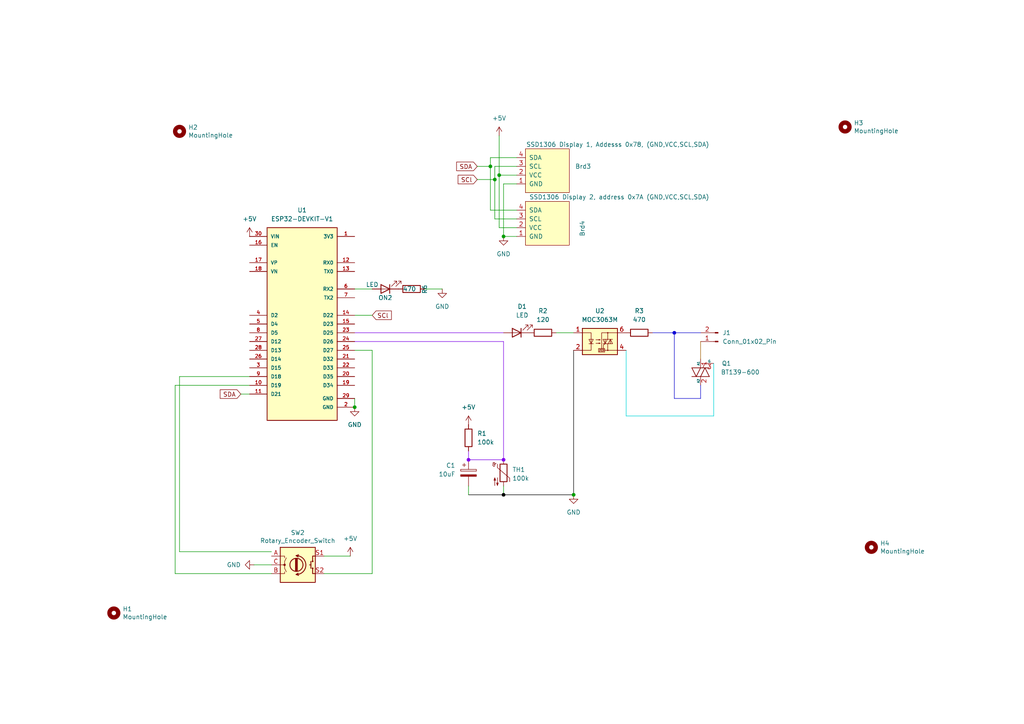
<source format=kicad_sch>
(kicad_sch (version 20250114) (generator "eeschema") (generator_version "9.0")
  (paper "A4")
  (lib_symbols
    (symbol "Connector:Conn_01x02_Pin" (pin_names (offset 1.016) (hide yes))
      (property "Reference" "J" (at 0 2.54 0))
      (property "Value" "Conn_01x02_Pin" (at 0 -5.08 0))
      (symbol "Conn_01x02_Pin_1_1"
        (rectangle (start 0.8636 0.127) (end 0 -0.127) (stroke (width 0.1524)) (fill (type outline)))
        (rectangle (start 0.8636 -2.413) (end 0 -2.667) (stroke (width 0.1524)) (fill (type outline)))
        (polyline (pts (xy 1.27 0) (xy 0.8636 0)) (stroke (width 0.1524)))
        (polyline (pts (xy 1.27 -2.54) (xy 0.8636 -2.54)) (stroke (width 0.1524)))
        (pin passive line (at 5.08 0 180) (length 3.81) (name "Pin_1") (number "1"))
        (pin passive line (at 5.08 -2.54 180) (length 3.81) (name "Pin_2") (number "2"))
      )
    )
    (symbol "Device:C_Polarized" (pin_numbers (hide yes)) (pin_names (offset 0.254))
      (property "Reference" "C" (at 0.635 2.54 0))
      (property "Value" "C_Polarized" (at 0.635 -2.54 0))
      (symbol "C_Polarized_0_1"
        (rectangle (start -2.286 0.508) (end 2.286 1.016))
        (polyline (pts (xy -1.778 2.286) (xy -0.762 2.286)))
        (polyline (pts (xy -1.27 2.794) (xy -1.27 1.778)))
        (rectangle (start 2.286 -0.508) (end -2.286 -1.016) (fill (type outline)))
      )
      (symbol "C_Polarized_1_1"
        (pin passive line (at 0 3.81 270) (length 2.794) (name "~") (number "1"))
        (pin passive line (at 0 -3.81 90) (length 2.794) (name "~") (number "2"))
      )
    )
    (symbol "Device:LED" (pin_numbers (hide yes)) (pin_names (offset 1.016) (hide yes))
      (property "Reference" "D" (at 0 2.54 0))
      (property "Value" "LED" (at 0 -2.54 0))
      (symbol "LED_0_1"
        (polyline (pts (xy -3.048 -0.762) (xy -4.572 -2.286) (xy -3.81 -2.286) (xy -4.572 -2.286) (xy -4.572 -1.524)))
        (polyline (pts (xy -1.778 -0.762) (xy -3.302 -2.286) (xy -2.54 -2.286) (xy -3.302 -2.286) (xy -3.302 -1.524)))
        (polyline (pts (xy -1.27 0) (xy 1.27 0)))
        (polyline (pts (xy -1.27 -1.27) (xy -1.27 1.27)) (stroke (width 0.254)))
        (polyline (pts (xy 1.27 -1.27) (xy 1.27 1.27) (xy -1.27 0) (xy 1.27 -1.27)) (stroke (width 0.254)))
      )
      (symbol "LED_1_1"
        (pin passive line (at -3.81 0 0) (length 2.54) (name "K") (number "1"))
        (pin passive line (at 3.81 0 180) (length 2.54) (name "A") (number "2"))
      )
    )
    (symbol "Device:R" (pin_numbers (hide yes)) (pin_names (offset 0))
      (property "Reference" "R" (at 2.032 0 90))
      (property "Value" "R" (at 0 0 90))
      (symbol "R_0_1"
        (rectangle (start -1.016 -2.54) (end 1.016 2.54) (stroke (width 0.254)))
      )
      (symbol "R_1_1"
        (pin passive line (at 0 3.81 270) (length 1.27) (name "~") (number "1"))
        (pin passive line (at 0 -3.81 90) (length 1.27) (name "~") (number "2"))
      )
    )
    (symbol "Device:Thermistor_NTC" (pin_numbers (hide yes)) (pin_names (offset 0))
      (property "Reference" "TH" (at -4.445 0 90))
      (property "Value" "Thermistor_NTC" (at 3.175 0 90))
      (symbol "Thermistor_NTC_0_1"
        (arc (start -3.175 2.413) (mid -3.0506 2.3165) (end -3.048 2.159))
        (arc (start -3.048 2.794) (mid -2.9736 2.9736) (end -2.794 3.048))
        (arc (start -2.794 3.048) (mid -2.6144 2.9736) (end -2.54 2.794))
        (arc (start -2.794 2.54) (mid -2.9736 2.6144) (end -3.048 2.794))
        (arc (start -2.794 1.905) (mid -2.9736 1.9794) (end -3.048 2.159))
        (arc (start -2.54 2.159) (mid -2.6144 1.9794) (end -2.794 1.905))
        (arc (start -2.159 2.794) (mid -2.434 2.5608) (end -2.794 2.54))
        (polyline (pts (xy -2.54 2.159) (xy -2.54 2.794)))
        (polyline (pts (xy -2.54 -3.683) (xy -2.54 -1.397) (xy -2.794 -2.159) (xy -2.286 -2.159) (xy -2.54 -1.397) (xy -2.54 -1.651)) (fill (type outline)))
        (polyline (pts (xy -1.778 2.54) (xy -1.778 1.524) (xy 1.778 -1.524) (xy 1.778 -2.54)))
        (polyline (pts (xy -1.778 -1.397) (xy -1.778 -3.683) (xy -2.032 -2.921) (xy -1.524 -2.921) (xy -1.778 -3.683) (xy -1.778 -3.429)) (fill (type outline)))
        (rectangle (start -1.016 2.54) (end 1.016 -2.54) (stroke (width 0.254)))
      )
      (symbol "Thermistor_NTC_1_1"
        (pin passive line (at 0 3.81 270) (length 1.27) (name "~") (number "1"))
        (pin passive line (at 0 -3.81 90) (length 1.27) (name "~") (number "2"))
      )
    )
    (symbol "ESP32-DEVKIT-V1:ESP32-DEVKIT-V1" (pin_names (offset 1.016))
      (property "Reference" "U" (at -10.16 30.48 0))
      (property "Value" "ESP32-DEVKIT-V1" (at -10.16 -30.48 0))
      (symbol "ESP32-DEVKIT-V1_0_0"
        (rectangle (start -10.16 -27.94) (end 10.16 27.94) (stroke (width 0.254)) (fill (type background)))
        (pin input line (at -15.24 25.4 0) (length 5.08) (name "VIN") (number "30"))
        (pin input line (at -15.24 22.86 0) (length 5.08) (name "EN") (number "16"))
        (pin bidirectional line (at -15.24 17.78 0) (length 5.08) (name "VP") (number "17"))
        (pin bidirectional line (at -15.24 15.24 0) (length 5.08) (name "VN") (number "18"))
        (pin bidirectional line (at -15.24 2.54 0) (length 5.08) (name "D2") (number "4"))
        (pin bidirectional line (at -15.24 0 0) (length 5.08) (name "D4") (number "5"))
        (pin bidirectional line (at -15.24 -2.54 0) (length 5.08) (name "D5") (number "8"))
        (pin bidirectional line (at -15.24 -5.08 0) (length 5.08) (name "D12") (number "27"))
        (pin bidirectional line (at -15.24 -7.62 0) (length 5.08) (name "D13") (number "28"))
        (pin bidirectional line (at -15.24 -10.16 0) (length 5.08) (name "D14") (number "26"))
        (pin bidirectional line (at -15.24 -12.7 0) (length 5.08) (name "D15") (number "3"))
        (pin bidirectional line (at -15.24 -15.24 0) (length 5.08) (name "D18") (number "9"))
        (pin bidirectional line (at -15.24 -17.78 0) (length 5.08) (name "D19") (number "10"))
        (pin bidirectional line (at -15.24 -20.32 0) (length 5.08) (name "D21") (number "11"))
        (pin output line (at 15.24 25.4 180) (length 5.08) (name "3V3") (number "1"))
        (pin input line (at 15.24 17.78 180) (length 5.08) (name "RX0") (number "12"))
        (pin output line (at 15.24 15.24 180) (length 5.08) (name "TX0") (number "13"))
        (pin input line (at 15.24 10.16 180) (length 5.08) (name "RX2") (number "6"))
        (pin output line (at 15.24 7.62 180) (length 5.08) (name "TX2") (number "7"))
        (pin bidirectional line (at 15.24 2.54 180) (length 5.08) (name "D22") (number "14"))
        (pin bidirectional line (at 15.24 0 180) (length 5.08) (name "D23") (number "15"))
        (pin bidirectional line (at 15.24 -2.54 180) (length 5.08) (name "D25") (number "23"))
        (pin bidirectional line (at 15.24 -5.08 180) (length 5.08) (name "D26") (number "24"))
        (pin bidirectional line (at 15.24 -7.62 180) (length 5.08) (name "D27") (number "25"))
        (pin bidirectional line (at 15.24 -10.16 180) (length 5.08) (name "D32") (number "21"))
        (pin bidirectional line (at 15.24 -12.7 180) (length 5.08) (name "D33") (number "22"))
        (pin bidirectional line (at 15.24 -15.24 180) (length 5.08) (name "D35") (number "20"))
        (pin bidirectional line (at 15.24 -17.78 180) (length 5.08) (name "D34") (number "19"))
        (pin power_in line (at 15.24 -21.59 180) (length 5.08) (name "GND") (number "29"))
        (pin power_in line (at 15.24 -24.13 180) (length 5.08) (name "GND") (number "2"))
      )
    )
    (symbol "MashMachine-rescue:Rotary_Encoder_Switch-Device" (pin_names (offset 0.254) (hide yes))
      (property "Reference" "SW" (at 0 6.604 0))
      (property "Value" "Device_Rotary_Encoder_Switch" (at 0 -6.604 0))
      (symbol "Rotary_Encoder_Switch-Device_0_1"
        (rectangle (start -5.08 5.08) (end 5.08 -5.08) (stroke (width 0.254)) (fill (type background)))
        (polyline (pts (xy -5.08 2.54) (xy -3.81 2.54) (xy -3.81 2.032)))
        (polyline (pts (xy -5.08 0) (xy -3.81 0) (xy -3.81 -1.016) (xy -3.302 -2.032)))
        (polyline (pts (xy -5.08 -2.54) (xy -3.81 -2.54) (xy -3.81 -2.032)))
        (polyline (pts (xy -4.318 0) (xy -3.81 0) (xy -3.81 1.016) (xy -3.302 2.032)))
        (circle (center -3.81 0) (radius 0.254) (fill (type outline)))
        (polyline (pts (xy -0.635 -1.778) (xy -0.635 1.778)) (stroke (width 0.254)))
        (arc (start -0.381 2.667) (mid 2.3368 -0.0508) (end -0.381 -2.794) (stroke (width 0.254)))
        (circle (center -0.381 0) (radius 1.905) (stroke (width 0.254)))
        (polyline (pts (xy -0.381 -1.778) (xy -0.381 1.778)) (stroke (width 0.254)))
        (polyline (pts (xy -0.127 1.778) (xy -0.127 -1.778)) (stroke (width 0.254)))
        (polyline (pts (xy 0.254 2.921) (xy -0.508 2.667) (xy 0.127 2.286)) (stroke (width 0.254)))
        (polyline (pts (xy 0.254 -3.048) (xy -0.508 -2.794) (xy 0.127 -2.413)) (stroke (width 0.254)))
        (polyline (pts (xy 3.81 1.016) (xy 3.81 -1.016)) (stroke (width 0.254)))
        (polyline (pts (xy 3.81 0) (xy 3.429 0)) (stroke (width 0.254)))
        (circle (center 4.318 1.016) (radius 0.127) (stroke (width 0.254)))
        (circle (center 4.318 -1.016) (radius 0.127) (stroke (width 0.254)))
        (polyline (pts (xy 5.08 2.54) (xy 4.318 2.54) (xy 4.318 1.016)) (stroke (width 0.254)))
        (polyline (pts (xy 5.08 -2.54) (xy 4.318 -2.54) (xy 4.318 -1.016)) (stroke (width 0.254)))
      )
      (symbol "Rotary_Encoder_Switch-Device_1_1"
        (pin passive line (at -7.62 2.54 0) (length 2.54) (name "A") (number "A"))
        (pin passive line (at -7.62 0 0) (length 2.54) (name "C") (number "C"))
        (pin passive line (at -7.62 -2.54 0) (length 2.54) (name "B") (number "B"))
        (pin passive line (at 7.62 2.54 180) (length 2.54) (name "S1") (number "S1"))
        (pin passive line (at 7.62 -2.54 180) (length 2.54) (name "S2") (number "S2"))
      )
    )
    (symbol "MashMachine-rescue:SSD1306-SSD1306-128x64_OLED" (pin_names (offset 1.016))
      (property "Reference" "Brd" (at 0 -3.81 0))
      (property "Value" "SSD1306-128x64_OLED_SSD1306" (at 0 -1.27 0))
      (symbol "SSD1306-SSD1306-128x64_OLED_0_1"
        (rectangle (start -6.35 6.35) (end 6.35 -6.35) (fill (type background)))
      )
      (symbol "SSD1306-SSD1306-128x64_OLED_1_1"
        (pin input line (at -3.81 8.89 270) (length 2.54) (name "GND") (number "1"))
        (pin input line (at -1.27 8.89 270) (length 2.54) (name "VCC") (number "2"))
        (pin input line (at 1.27 8.89 270) (length 2.54) (name "SCL") (number "3"))
        (pin input line (at 3.81 8.89 270) (length 2.54) (name "SDA") (number "4"))
      )
    )
    (symbol "Mechanical:MountingHole" (pin_names (offset 1.016)) (exclude_from_sim yes) (in_bom no)
      (property "Reference" "H" (at 0 5.08 0))
      (property "Value" "MountingHole" (at 0 3.175 0))
      (symbol "MountingHole_0_1"
        (circle (center 0 0) (radius 1.27) (stroke (width 1.27)))
      )
    )
    (symbol "Relay_SolidState:MOC3063M"
      (property "Reference" "U" (at -5.08 5.08 0))
      (property "Value" "MOC3063M" (at 0 5.08 0))
      (symbol "MOC3063M_0_0"
        (rectangle (start -0.381 -2.032) (end 1.397 -3.048))
        (polyline (pts (xy 1.524 -0.635) (xy 1.016 -1.016) (xy 1.016 -2.032)))
        (polyline (pts (xy 2.286 -2.54) (xy 1.397 -2.54)))
        (text "ZCD" (at 0.508 -2.54 0) (effects (font (size 0.508 0.508))))
      )
      (symbol "MOC3063M_0_1"
        (rectangle (start -5.08 3.81) (end 5.08 -3.81) (stroke (width 0.254)) (fill (type background)))
        (polyline (pts (xy -5.08 2.54) (xy -2.54 2.54) (xy -2.54 -2.54) (xy -5.08 -2.54)))
        (polyline (pts (xy -3.175 -0.635) (xy -1.905 -0.635)))
        (polyline (pts (xy -2.54 -0.635) (xy -3.175 0.635) (xy -1.905 0.635) (xy -2.54 -0.635)))
        (polyline (pts (xy -1.143 0.508) (xy 0.127 0.508) (xy -0.254 0.381) (xy -0.254 0.635) (xy 0.127 0.508)))
        (polyline (pts (xy -1.143 -0.508) (xy 0.127 -0.508) (xy -0.254 -0.635) (xy -0.254 -0.381) (xy 0.127 -0.508)))
        (polyline (pts (xy 0.889 -0.635) (xy 3.683 -0.635) (xy 3.048 0.635) (xy 2.413 -0.635)))
        (polyline (pts (xy 1.524 -0.635) (xy 1.524 0.635)))
        (polyline (pts (xy 2.286 2.54) (xy 0.508 2.54) (xy 0.508 -2.032)))
        (circle (center 2.286 2.54) (radius 0.127))
        (polyline (pts (xy 2.286 0.635) (xy 2.286 2.54) (xy 5.08 2.54)))
        (polyline (pts (xy 2.286 -0.635) (xy 2.286 -2.54) (xy 5.08 -2.54)))
        (circle (center 2.286 -2.54) (radius 0.127))
        (polyline (pts (xy 3.048 0.635) (xy 3.048 -0.635)))
        (polyline (pts (xy 3.683 0.635) (xy 0.889 0.635) (xy 1.524 -0.635) (xy 2.159 0.635)))
      )
      (symbol "MOC3063M_1_1"
        (pin passive line (at -7.62 2.54 0) (length 2.54) (name "~") (number "1"))
        (pin passive line (at -7.62 -2.54 0) (length 2.54) (name "~") (number "2"))
        (pin no_connect line (at -5.08 0 0) (length 2.54) (hide yes) (name "NC") (number "3"))
        (pin no_connect line (at 5.08 0 180) (length 2.54) (hide yes) (name "NC") (number "5"))
        (pin passive line (at 7.62 2.54 180) (length 2.54) (name "~") (number "6"))
        (pin passive line (at 7.62 -2.54 180) (length 2.54) (name "~") (number "4"))
      )
    )
    (symbol "Triac_Thyristor:BT139-600" (pin_names (offset 0))
      (property "Reference" "Q" (at 5.08 1.905 0))
      (property "Value" "BT139-600" (at 5.08 0 0))
      (symbol "BT139-600_0_1"
        (polyline (pts (xy -2.54 1.27) (xy 2.54 1.27)) (stroke (width 0.2032)))
        (polyline (pts (xy -2.54 1.27) (xy -1.27 -1.27) (xy 0 1.27)) (stroke (width 0.2032)))
        (polyline (pts (xy -2.54 -1.27) (xy 2.54 -1.27)) (stroke (width 0.2032)))
        (polyline (pts (xy -1.27 -2.54) (xy -0.635 -1.27)))
        (polyline (pts (xy 0 -1.27) (xy 1.27 1.27) (xy 2.54 -1.27)) (stroke (width 0.2032)))
      )
      (symbol "BT139-600_1_1"
        (pin input line (at -3.81 -2.54 0) (length 2.54) (name "G") (number "3"))
        (pin passive line (at 0 3.81 270) (length 2.54) (name "A2") (number "2"))
        (pin passive line (at 0 -3.81 90) (length 2.54) (name "A1") (number "1"))
      )
    )
    (symbol "power:+5V" (power) (pin_numbers (hide yes)) (pin_names (offset 0) (hide yes))
      (property "Value" "+5V" (at 0 3.556 0))
      (symbol "+5V_0_1"
        (polyline (pts (xy -0.762 1.27) (xy 0 2.54)))
        (polyline (pts (xy 0 2.54) (xy 0.762 1.27)))
        (polyline (pts (xy 0 0) (xy 0 2.54)))
      )
      (symbol "+5V_1_1"
        (pin power_in line (at 0 0 90) (length 0) (name "~") (number "1"))
      )
    )
    (symbol "power:GND" (power) (pin_numbers (hide yes)) (pin_names (offset 0) (hide yes))
      (property "Value" "GND" (at 0 -3.81 0))
      (symbol "GND_0_1"
        (polyline (pts (xy 0 0) (xy 0 -1.27) (xy 1.27 -1.27) (xy 0 -2.54) (xy -1.27 -1.27) (xy 0 -1.27)))
      )
      (symbol "GND_1_1"
        (pin power_in line (at 0 0 270) (length 0) (name "~") (number "1"))
      )
    )
  )
  (junction (at 135.89 133.35) (color 123 0 230 1))
  (junction (at 144.78 50.8))
  (junction (at 146.05 68.58))
  (junction (at 195.58 96.52) (color 9 4 205 1))
  (junction (at 166.37 143.51))
  (junction (at 102.87 118.11))
  (junction (at 143.51 52.07))
  (junction (at 142.24 48.26))
  (junction (at 146.05 133.35) (color 123 0 230 1))
  (junction (at 146.05 143.51) (color 0 0 0 1))
  (wire (pts (xy 93.98 166.37) (xy 107.95 166.37)))
  (wire (pts (xy 146.05 96.52) (xy 102.87 96.52)) (stroke (width 0) (color 123 0 230 1)))
  (wire (pts (xy 195.58 115.57) (xy 195.58 96.52)) (stroke (width 0) (color 9 4 205 1)))
  (wire (pts (xy 149.86 53.34) (xy 146.05 53.34)))
  (wire (pts (xy 207.01 120.65) (xy 207.01 105.41)) (stroke (width 0) (color 0 212 215 1)))
  (wire (pts (xy 146.05 68.58) (xy 149.86 68.58)))
  (wire (pts (xy 181.61 120.65) (xy 207.01 120.65)) (stroke (width 0) (color 0 212 215 1)))
  (wire (pts (xy 146.05 140.97) (xy 146.05 143.51)))
  (wire (pts (xy 93.98 161.29) (xy 101.6 161.29)))
  (wire (pts (xy 135.89 143.51) (xy 146.05 143.51)) (stroke (width 0) (color 0 0 0 1)))
  (wire (pts (xy 203.2 115.57) (xy 195.58 115.57)) (stroke (width 0) (color 9 4 205 1)))
  (wire (pts (xy 52.07 160.02) (xy 78.74 160.02)))
  (wire (pts (xy 69.85 114.3) (xy 72.39 114.3)))
  (wire (pts (xy 146.05 53.34) (xy 146.05 68.58)))
  (wire (pts (xy 144.78 50.8) (xy 144.78 66.04)))
  (wire (pts (xy 149.86 45.72) (xy 142.24 45.72)))
  (wire (pts (xy 166.37 143.51) (xy 146.05 143.51)) (stroke (width 0) (color 0 0 0 1)))
  (wire (pts (xy 203.2 99.06) (xy 203.2 104.14)) (stroke (width 0) (color 158 94 0 1)))
  (wire (pts (xy 52.07 109.22) (xy 72.39 109.22)))
  (wire (pts (xy 149.86 48.26) (xy 143.51 48.26)))
  (wire (pts (xy 195.58 96.52) (xy 203.2 96.52)) (stroke (width 0) (color 9 4 205 1)))
  (wire (pts (xy 144.78 66.04) (xy 149.86 66.04)))
  (wire (pts (xy 181.61 101.6) (xy 181.61 120.65)) (stroke (width 0) (color 0 212 215 1)))
  (wire (pts (xy 52.07 160.02) (xy 52.07 109.22)))
  (wire (pts (xy 123.19 83.82) (xy 128.27 83.82)))
  (wire (pts (xy 143.51 52.07) (xy 143.51 63.5)))
  (wire (pts (xy 102.87 91.44) (xy 107.95 91.44)))
  (wire (pts (xy 142.24 60.96) (xy 149.86 60.96)))
  (wire (pts (xy 138.43 48.26) (xy 142.24 48.26)))
  (wire (pts (xy 203.2 111.76) (xy 203.2 115.57)) (stroke (width 0) (color 9 4 205 1)))
  (wire (pts (xy 102.87 115.57) (xy 102.87 118.11)))
  (wire (pts (xy 166.37 101.6) (xy 166.37 143.51)) (stroke (width 0) (color 0 0 0 1)))
  (wire (pts (xy 135.89 133.35) (xy 146.05 133.35)) (stroke (width 0) (color 123 0 230 1)))
  (wire (pts (xy 107.95 101.6) (xy 107.95 166.37)))
  (wire (pts (xy 146.05 133.35) (xy 146.05 99.06)) (stroke (width 0) (color 123 0 230 1)))
  (wire (pts (xy 161.29 96.52) (xy 166.37 96.52)))
  (wire (pts (xy 138.43 52.07) (xy 143.51 52.07)))
  (wire (pts (xy 142.24 45.72) (xy 142.24 48.26)))
  (wire (pts (xy 50.8 111.76) (xy 50.8 166.37)))
  (wire (pts (xy 72.39 111.76) (xy 50.8 111.76)))
  (wire (pts (xy 143.51 63.5) (xy 149.86 63.5)))
  (wire (pts (xy 50.8 166.37) (xy 78.74 166.37)))
  (wire (pts (xy 144.78 39.37) (xy 144.78 50.8)))
  (wire (pts (xy 146.05 99.06) (xy 102.87 99.06)) (stroke (width 0) (color 123 0 230 1)))
  (wire (pts (xy 135.89 140.97) (xy 135.89 143.51)))
  (wire (pts (xy 102.87 83.82) (xy 107.95 83.82)))
  (wire (pts (xy 149.86 50.8) (xy 144.78 50.8)))
  (wire (pts (xy 142.24 48.26) (xy 142.24 60.96)))
  (wire (pts (xy 143.51 48.26) (xy 143.51 52.07)))
  (wire (pts (xy 135.89 130.81) (xy 135.89 133.35)) (stroke (width 0) (color 123 0 230 1)))
  (wire (pts (xy 73.66 163.83) (xy 78.74 163.83)))
  (wire (pts (xy 107.95 101.6) (xy 102.87 101.6)))
  (wire (pts (xy 189.23 96.52) (xy 195.58 96.52)) (stroke (width 0) (color 9 4 205 1)))
  (global_label "SCl" (shape input) (at 138.43 52.07 180) (property "Intersheetrefs" "${INTERSHEET_REFS}" (effects (hide yes))))
  (global_label "SDA" (shape input) (at 138.43 48.26 180) (property "Intersheetrefs" "${INTERSHEET_REFS}" (effects (hide yes))))
  (global_label "SCl" (shape input) (at 107.95 91.44 0) (property "Intersheetrefs" "${INTERSHEET_REFS}" (effects (hide yes))))
  (global_label "SDA" (shape input) (at 69.85 114.3 180) (property "Intersheetrefs" "${INTERSHEET_REFS}" (effects (hide yes))))
  (symbol (lib_id "Mechanical:MountingHole") (at 52.07 38.1 0) (unit 1)
    (property "Reference" "H2" (at 54.61 36.9316 0) (effects (justify left)))
    (property "Value" "MountingHole" (at 54.61 39.243 0) (effects (justify left)))
    (property "Footprint" "MountingHole:MountingHole_3.2mm_M3_DIN965_Pad" (effects (hide yes)))
  )
  (symbol (lib_id "Mechanical:MountingHole") (at 245.11 36.83 0) (unit 1)
    (property "Reference" "H3" (at 247.65 35.6616 0) (effects (justify left)))
    (property "Value" "MountingHole" (at 247.65 37.973 0) (effects (justify left)))
    (property "Footprint" "MountingHole:MountingHole_3.2mm_M3_DIN965_Pad" (effects (hide yes)))
  )
  (symbol (lib_id "Mechanical:MountingHole") (at 33.02 177.8 0) (unit 1)
    (property "Reference" "H1" (at 35.56 176.6316 0) (effects (justify left)))
    (property "Value" "MountingHole" (at 35.56 178.943 0) (effects (justify left)))
    (property "Footprint" "MountingHole:MountingHole_3.2mm_M3_DIN965_Pad" (effects (hide yes)))
  )
  (symbol (lib_id "Mechanical:MountingHole") (at 252.73 158.75 0) (unit 1)
    (property "Reference" "H4" (at 255.27 157.5816 0) (effects (justify left)))
    (property "Value" "MountingHole" (at 255.27 159.893 0) (effects (justify left)))
    (property "Footprint" "MountingHole:MountingHole_3.2mm_M3_DIN965_Pad" (effects (hide yes)))
  )
  (symbol (lib_id "ESP32-DEVKIT-V1:ESP32-DEVKIT-V1") (at 87.63 93.98 0) (unit 1)
    (property "Reference" "U1" (at 87.63 60.96 0))
    (property "Value" "ESP32-DEVKIT-V1" (at 87.63 63.5 0))
    (property "Footprint" "ESP32-DEVKIT-V1:MODULE_ESP32_DEVKIT_V1" (effects (hide yes)))
    (property "MF" "Do it" (effects (hide yes)))
    (property "MAXIMUM_PACKAGE_HEIGHT" "6.8 mm" (effects (hide yes)))
    (property "Package" "None" (effects (hide yes)))
    (property "Price" "None" (effects (hide yes)))
    (property "Check_prices" "https://www.snapeda.com/parts/ESP32-DEVKIT-V1/Do+it/view-part/?ref=eda" (effects (hide yes)))
    (property "STANDARD" "Manufacturer Recommendations" (effects (hide yes)))
    (property "PARTREV" "N/A" (effects (hide yes)))
    (property "SnapEDA_Link" "https://www.snapeda.com/parts/ESP32-DEVKIT-V1/Do+it/view-part/?ref=snap" (effects (hide yes)))
    (property "MP" "ESP32-DEVKIT-V1" (effects (hide yes)))
    (property "Description_1" "\\nDual core, Wi-Fi: 2.4 GHz up to 150 Mbits/s,BLE (Bluetooth Low Energy) and legacy Bluetooth, 32 bits, Up to 240 MHz\\n" (effects (hide yes)))
    (property "Availability" "Not in stock" (effects (hide yes)))
    (property "MANUFACTURER" "DOIT" (effects (hide yes)))
  )
  (symbol (lib_id "Device:R") (at 119.38 83.82 270) (unit 1)
    (property "Reference" "R6" (at 123.19 82.55 0) (effects (justify left)))
    (property "Value" "470" (at 116.84 83.82 90) (effects (justify left)))
    (property "Footprint" "Resistor_THT:R_Axial_DIN0207_L6.3mm_D2.5mm_P7.62mm_Horizontal" (effects (hide yes)))
  )
  (symbol (lib_id "power:GND") (at 146.05 68.58 0) (unit 1)
    (property "Reference" "#PWR04" (effects (hide yes)))
    (property "Value" "GND" (at 146.05 73.66 0))
    (property "Description" "Power symbol creates a global label with name \"GND\" , ground" (effects (hide yes)))
  )
  (symbol (lib_id "Device:LED") (at 149.86 96.52 180) (unit 1)
    (property "Reference" "D1" (at 151.4475 88.9 0))
    (property "Value" "LED" (at 151.4475 91.44 0))
    (property "Footprint" "LED_THT:LED_D3.0mm" (effects (hide yes)))
    (property "Description" "Light emitting diode" (effects (hide yes)))
    (property "Sim.Pins" "1=K 2=A" (effects (hide yes)))
  )
  (symbol (lib_id "Triac_Thyristor:BT139-600") (at 203.2 107.95 180) (unit 1)
    (property "Reference" "Q1" (at 212.09 105.41 0) (effects (justify left)))
    (property "Value" "BT139-600" (at 220.345 107.95 0) (effects (justify left)))
    (property "Footprint" "Package_TO_SOT_THT:TO-220-3_Vertical" (effects (hide yes)))
    (property "Datasheet" "https://www.rapidonline.com/pdf/47-3240.pdf" (effects (hide yes)))
    (property "Description" "16A RMS, 600V Off-State Voltage, 4Q Triac, TO-220" (effects (hide yes)))
  )
  (symbol (lib_id "power:GND") (at 128.27 83.82 0) (unit 1)
    (property "Reference" "#PWR08" (effects (hide yes)))
    (property "Value" "GND" (at 128.27 88.9 0))
    (property "Description" "Power symbol creates a global label with name \"GND\" , ground" (effects (hide yes)))
  )
  (symbol (lib_id "Relay_SolidState:MOC3063M") (at 173.99 99.06 0) (unit 1)
    (property "Reference" "U2" (at 173.99 90.17 0))
    (property "Value" "MOC3063M" (at 173.99 92.71 0))
    (property "Footprint" "Package_DIP:DIP-6_W7.62mm_Socket" (effects (hide yes)))
    (property "Datasheet" "https://www.onsemi.com/pub/Collateral/MOC3163M-D.pdf" (effects (hide yes)))
    (property "Description" "Zero Cross Opto-Triac, Vdrm 600V, Ift 5mA, DIP6" (effects (hide yes)))
  )
  (symbol (lib_id "MashMachine-rescue:SSD1306-SSD1306-128x64_OLED") (at 158.75 49.53 90) (unit 1)
    (property "Reference" "Brd3" (at 171.45 48.26 90) (effects (justify left)))
    (property "Value" "SSD1306 Display 1, Addesss 0x78, (GND,VCC,SCL,SDA)" (at 205.74 41.91 90) (effects (justify left)))
    (property "Footprint" "SSD1306:ssd1306_1.3''" (effects (hide yes)))
  )
  (symbol (lib_id "Device:Thermistor_NTC") (at 146.05 137.16 0) (unit 1)
    (property "Reference" "TH1" (at 148.59 136.2074 0) (effects (justify left)))
    (property "Value" "100k" (at 148.59 138.7474 0) (effects (justify left)))
    (property "Footprint" "Connector_JST:JST_XH_B2B-XH-A_1x02_P2.50mm_Vertical" (effects (hide yes)))
    (property "Description" "Temperature dependent resistor, negative temperature coefficient" (effects (hide yes)))
  )
  (symbol (lib_id "power:+5V") (at 144.78 39.37 0) (unit 1)
    (property "Reference" "#PWR03" (effects (hide yes)))
    (property "Value" "+5V" (at 144.78 34.29 0))
    (property "Description" "Power symbol creates a global label with name \"+5V\"" (effects (hide yes)))
  )
  (symbol (lib_id "Device:R") (at 185.42 96.52 90) (unit 1)
    (property "Reference" "R3" (at 185.42 90.17 90))
    (property "Value" "470" (at 185.42 92.71 90))
    (property "Footprint" "Resistor_THT:R_Axial_DIN0207_L6.3mm_D2.5mm_P7.62mm_Horizontal" (effects (hide yes)))
    (property "Description" "Resistor" (effects (hide yes)))
  )
  (symbol (lib_id "Device:R") (at 135.89 127 0) (unit 1)
    (property "Reference" "R1" (at 138.43 125.7299 0) (effects (justify left)))
    (property "Value" "100k" (at 138.43 128.2699 0) (effects (justify left)))
    (property "Footprint" "Resistor_THT:R_Axial_DIN0207_L6.3mm_D2.5mm_P7.62mm_Horizontal" (effects (hide yes)))
    (property "Description" "Resistor" (effects (hide yes)))
  )
  (symbol (lib_id "Device:R") (at 157.48 96.52 90) (unit 1)
    (property "Reference" "R2" (at 157.48 90.17 90))
    (property "Value" "120" (at 157.48 92.71 90))
    (property "Footprint" "Resistor_THT:R_Axial_DIN0207_L6.3mm_D2.5mm_P7.62mm_Horizontal" (effects (hide yes)))
    (property "Description" "Resistor" (effects (hide yes)))
  )
  (symbol (lib_id "power:GND") (at 166.37 143.51 0) (unit 1)
    (property "Reference" "#PWR05" (effects (hide yes)))
    (property "Value" "GND" (at 166.37 148.59 0))
    (property "Description" "Power symbol creates a global label with name \"GND\" , ground" (effects (hide yes)))
  )
  (symbol (lib_id "power:GND") (at 73.66 163.83 270) (unit 1)
    (property "Reference" "#PWR06" (effects (hide yes)))
    (property "Value" "GND" (at 69.85 163.8299 90) (effects (justify right)))
    (property "Description" "Power symbol creates a global label with name \"GND\" , ground" (effects (hide yes)))
  )
  (symbol (lib_id "power:+5V") (at 135.89 123.19 0) (unit 1)
    (property "Reference" "#PWR02" (effects (hide yes)))
    (property "Value" "+5V" (at 135.89 118.11 0))
    (property "Description" "Power symbol creates a global label with name \"+5V\"" (effects (hide yes)))
  )
  (symbol (lib_id "power:+5V") (at 72.39 68.58 0) (unit 1)
    (property "Reference" "#PWR01" (effects (hide yes)))
    (property "Value" "+5V" (at 72.39 63.5 0))
    (property "Description" "Power symbol creates a global label with name \"+5V\"" (effects (hide yes)))
  )
  (symbol (lib_id "Device:LED") (at 111.76 83.82 180) (unit 1)
    (property "Reference" "ON2" (at 111.76 86.36 0))
    (property "Value" "LED" (at 107.95 82.55 0))
    (property "Footprint" "LED_THT:LED_D3.0mm" (effects (hide yes)))
  )
  (symbol (lib_id "Device:C_Polarized") (at 135.89 137.16 0) (unit 1)
    (property "Reference" "C1" (at 132.08 135.0009 0) (effects (justify right)))
    (property "Value" "10uF" (at 132.08 137.5409 0) (effects (justify right)))
    (property "Footprint" "Capacitor_THT:CP_Radial_D4.0mm_P2.00mm" (effects (hide yes)))
    (property "Description" "Polarized capacitor" (effects (hide yes)))
  )
  (symbol (lib_id "power:+5V") (at 101.6 161.29 0) (unit 1)
    (property "Reference" "#PWR07" (effects (hide yes)))
    (property "Value" "+5V" (at 101.6 156.21 0))
    (property "Description" "Power symbol creates a global label with name \"+5V\"" (effects (hide yes)))
  )
  (symbol (lib_id "Connector:Conn_01x02_Pin") (at 208.28 99.06 180) (unit 1)
    (property "Reference" "J1" (at 209.55 96.5199 0) (effects (justify right)))
    (property "Value" "Conn_01x02_Pin" (at 209.55 99.0599 0) (effects (justify right)))
    (property "Footprint" "TerminalBlock_Phoenix:TerminalBlock_Phoenix_MPT-0,5-2-2.54_1x02_P2.54mm_Horizontal" (effects (hide yes)))
    (property "Description" "Generic connector, single row, 01x02, script generated" (effects (hide yes)))
  )
  (symbol (lib_id "power:GND") (at 102.87 118.11 0) (unit 1)
    (property "Reference" "#PWR09" (effects (hide yes)))
    (property "Value" "GND" (at 102.87 123.19 0))
    (property "Description" "Power symbol creates a global label with name \"GND\" , ground" (effects (hide yes)))
  )
  (symbol (lib_id "MashMachine-rescue:Rotary_Encoder_Switch-Device") (at 86.36 163.83 0) (unit 1)
    (property "Reference" "SW2" (at 86.36 154.5082 0))
    (property "Value" "Rotary_Encoder_Switch" (at 86.36 156.8196 0))
    (property "Footprint" "Rotary_Encoder:RotaryEncoder_Alps_EC11E-Switch_Vertical_H20mm" (effects (hide yes)))
  )
  (symbol (lib_id "MashMachine-rescue:SSD1306-SSD1306-128x64_OLED") (at 158.75 64.77 90) (unit 1)
    (property "Reference" "Brd4" (at 168.91 68.58 0) (effects (justify left)))
    (property "Value" "SSD1306 Display 2, address 0x7A (GND,VCC,SCL,SDA)" (at 205.74 57.15 90) (effects (justify left)))
    (property "Footprint" "SSD1306:ssd1306_1.3''" (effects (hide yes)))
  )
)
</source>
